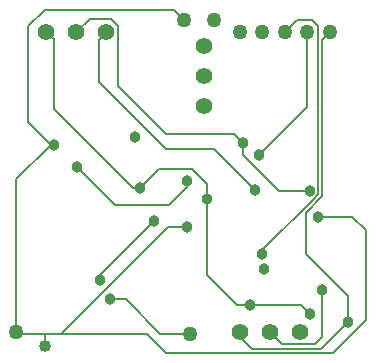
<source format=gbl>
G04 Layer_Physical_Order=2*
G04 Layer_Color=16711680*
%FSLAX24Y24*%
%MOIN*%
G70*
G01*
G75*
%ADD21C,0.0080*%
%ADD22C,0.0550*%
%ADD23C,0.0500*%
%ADD24C,0.0380*%
%ADD25C,0.0400*%
D21*
X-2050Y1100D02*
Y2650D01*
X-2300Y850D02*
X-2050Y1100D01*
X-3400Y850D02*
X-2300D01*
X-3800Y1250D02*
X-3400Y850D01*
X-4400Y700D02*
X-2100D01*
X-4800Y1100D02*
X-4400Y700D01*
X-4800Y1100D02*
Y1250D01*
X-2100Y700D02*
X-1200Y1600D01*
X-1700Y550D02*
X-610Y1640D01*
X-7250Y550D02*
X-1700D01*
X-7900Y1200D02*
X-7250Y550D01*
X-2750Y2150D02*
X-2450Y1850D01*
X-610Y1640D02*
Y4660D01*
X-1200Y1600D02*
Y2450D01*
X-2600Y3850D02*
X-1200Y2450D01*
X-1050Y5100D02*
X-610Y4660D01*
X-2200Y5100D02*
X-1050D01*
X-2600Y3850D02*
Y5232D01*
X-2050Y5782D01*
X-6400Y6700D02*
X-5890Y6190D01*
X-7490Y6700D02*
X-6400D01*
X-8140Y6050D02*
X-7490Y6700D01*
X-11300Y12000D02*
X-7000D01*
X-11850Y11450D02*
X-11300Y12000D01*
X-11850Y8250D02*
Y11450D01*
X-7000Y12000D02*
X-6650Y11650D01*
X-11850Y8250D02*
X-11100Y7500D01*
X-2200Y6090D02*
Y11450D01*
X-2400Y11650D02*
X-2200Y11450D01*
X-2900Y11650D02*
X-2400D01*
X-3300Y11250D02*
X-2900Y11650D01*
X-11000Y8700D02*
X-8350Y6050D01*
X-11000Y8700D02*
Y11035D01*
X-8350Y6050D02*
X-8140D01*
X-11100Y7500D02*
X-11000D01*
X-12250Y6350D02*
X-11100Y7500D01*
X-2060Y10990D02*
X-1800Y11250D01*
X-2060Y6148D02*
Y10990D01*
X-2190Y5840D02*
Y6080D01*
X-2360Y5670D02*
X-2190Y5840D01*
X-2380Y5670D02*
X-2360D01*
X-4050Y4000D02*
X-2380Y5670D01*
X-4050Y3850D02*
Y4000D01*
X-7450Y1200D02*
X-6450D01*
X-8595Y2345D02*
X-7450Y1200D01*
X-5650Y7350D02*
X-4300Y6000D01*
X-7250Y7350D02*
X-5650D01*
X-3510Y5960D02*
X-2480D01*
X-4690Y7140D02*
X-3510Y5960D01*
X-12250Y1250D02*
Y6350D01*
X-10750Y1200D02*
X-7900D01*
X-9145Y2345D02*
X-8595D01*
X-9500Y11000D02*
X-9250Y11250D01*
X-9500Y9600D02*
Y11000D01*
X-8850Y9450D02*
Y11450D01*
X-9100Y11700D02*
X-8850Y11450D01*
X-9800Y11700D02*
X-9100D01*
X-11214Y11250D02*
X-11000Y11035D01*
X-9450Y3150D02*
X-7650Y4950D01*
X-8963Y5480D02*
X-7160D01*
X-9450Y3000D02*
Y3150D01*
X-2060Y6148D02*
X-2050Y6138D01*
Y5782D02*
Y6138D01*
X-2200Y6090D02*
X-2190Y6080D01*
X-2550Y8750D02*
Y11250D01*
X-4150Y7150D02*
X-2550Y8750D01*
X-4690Y7140D02*
Y7550D01*
X-5890Y5700D02*
Y6190D01*
X-4890Y2150D02*
X-4450D01*
X-2750D01*
X-5890Y3150D02*
X-4890Y2150D01*
X-6550Y6090D02*
Y6300D01*
X-7160Y5480D02*
X-6550Y6090D01*
X-5890Y3150D02*
Y5700D01*
X-5000Y7860D02*
X-4690Y7550D01*
X-7260Y7860D02*
X-5000D01*
X-8850Y9450D02*
X-7260Y7860D01*
X-10243Y6760D02*
X-8963Y5480D01*
X-10250Y11250D02*
X-9800Y11700D01*
X-9500Y9600D02*
X-7250Y7350D01*
X-12250Y1250D02*
X-12200Y1200D01*
X-7200Y4750D02*
X-6550D01*
X-10750Y1200D02*
X-7200Y4750D01*
X-11300Y800D02*
Y1200D01*
X-12200D02*
X-11300D01*
X-10750D01*
D22*
X-2800Y1250D02*
D03*
X-4800D02*
D03*
X-3800D02*
D03*
X-6000Y9800D02*
D03*
X-11250Y11250D02*
D03*
X-10250D02*
D03*
X-6000Y10800D02*
D03*
Y8800D02*
D03*
X-9250Y11250D02*
D03*
D23*
X-6650Y11650D02*
D03*
X-6450Y1200D02*
D03*
X-5650Y11650D02*
D03*
X-4800Y11250D02*
D03*
X-4050D02*
D03*
X-12250Y1250D02*
D03*
X-2550Y11250D02*
D03*
X-3300D02*
D03*
X-1800D02*
D03*
D24*
X-2450Y1850D02*
D03*
X-2050Y2650D02*
D03*
X-1200Y1600D02*
D03*
X-2200Y5100D02*
D03*
X-11000Y7500D02*
D03*
X-7650Y4950D02*
D03*
X-9450Y3000D02*
D03*
X-2480Y5960D02*
D03*
X-4150Y7150D02*
D03*
X-4300Y6000D02*
D03*
X-8300Y7750D02*
D03*
X-4450Y2150D02*
D03*
X-6550Y6300D02*
D03*
X-5890Y5700D02*
D03*
X-4050Y3850D02*
D03*
X-4000Y3350D02*
D03*
X-9145Y2345D02*
D03*
X-10243Y6760D02*
D03*
X-8140Y6050D02*
D03*
X-4690Y7550D02*
D03*
X-6550Y4750D02*
D03*
D25*
X-11300Y800D02*
D03*
M02*

</source>
